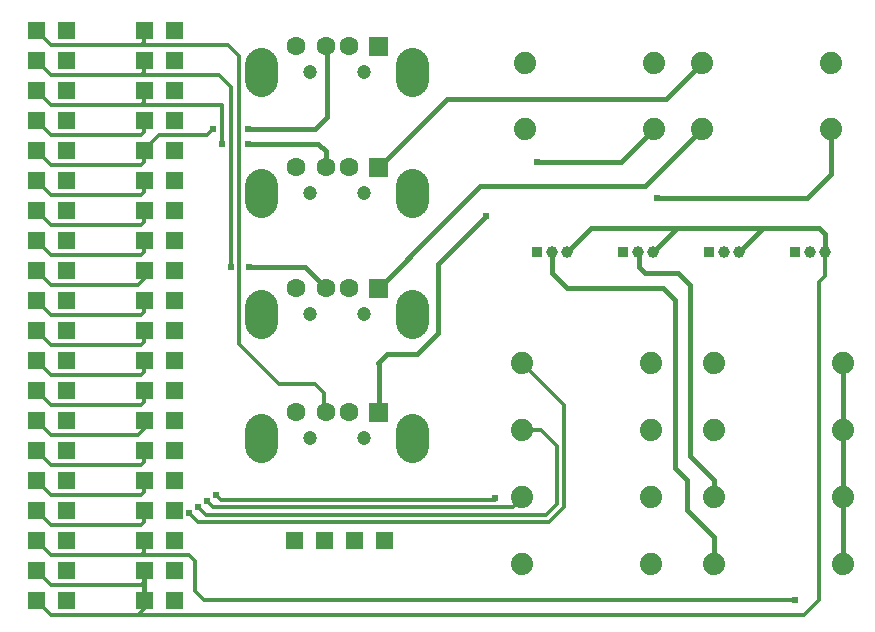
<source format=gbl>
G04 Layer: BottomLayer*
G04 EasyEDA v6.1.52, Thu, 01 Aug 2019 06:05:33 GMT*
G04 f60d05b6395e48559c91cf0b566a12eb,598dfe23a16d4e9298856295ca50c1c7,10*
G04 Gerber Generator version 0.2*
G04 Scale: 100 percent, Rotated: No, Reflected: No *
G04 Dimensions in inches *
G04 leading zeros omitted , absolute positions ,2 integer and 4 decimal *
%FSLAX24Y24*%
%MOIN*%
G90*
G70D02*

%ADD11C,0.012000*%
%ADD12C,0.016000*%
%ADD13C,0.024400*%
%ADD14C,0.024000*%
%ADD15R,0.032000X0.038000*%
%ADD16C,0.039000*%
%ADD17C,0.074000*%
%ADD19C,0.062990*%
%ADD20C,0.047240*%
%ADD22C,0.110240*%

%LPD*%
G54D11*
G01X1099Y19800D02*
G01X1600Y19300D01*
G01X4600Y19300D01*
G01X4700Y19400D01*
G01X4699Y19400D01*
G01X4699Y19800D01*
G01X1099Y18800D02*
G01X1600Y18300D01*
G01X4600Y18300D01*
G01X4700Y18400D01*
G01X4699Y18400D01*
G01X4699Y18800D01*
G01X1099Y17800D02*
G01X1600Y17300D01*
G01X4600Y17300D01*
G01X4700Y17400D01*
G01X4699Y17400D01*
G01X4699Y17800D01*
G01X1099Y16800D02*
G01X1600Y16300D01*
G01X4600Y16300D01*
G01X4700Y16400D01*
G01X4699Y16400D01*
G01X4699Y16800D01*
G01X1099Y15800D02*
G01X1600Y15300D01*
G01X4600Y15300D01*
G01X4700Y15400D01*
G01X4699Y15400D01*
G01X4699Y15800D01*
G01X1099Y14800D02*
G01X1600Y14300D01*
G01X4600Y14300D01*
G01X4700Y14400D01*
G01X4699Y14400D01*
G01X4699Y14800D01*
G01X1099Y13800D02*
G01X1600Y13300D01*
G01X4600Y13300D01*
G01X4700Y13400D01*
G01X4699Y13400D01*
G01X4699Y13800D01*
G01X1099Y12800D02*
G01X1600Y12300D01*
G01X4600Y12300D01*
G01X4700Y12400D01*
G01X4699Y12400D01*
G01X4699Y12800D01*
G01X1099Y11800D02*
G01X1600Y11300D01*
G01X4500Y11300D01*
G01X4700Y11500D01*
G01X4699Y11500D01*
G01X4699Y11800D01*
G01X1099Y10800D02*
G01X1600Y10300D01*
G01X4600Y10300D01*
G01X4700Y10400D01*
G01X4699Y10400D01*
G01X4699Y10800D01*
G01X1099Y9800D02*
G01X1600Y9300D01*
G01X4600Y9300D01*
G01X4700Y9400D01*
G01X4699Y9400D01*
G01X4699Y9800D01*
G01X1099Y8800D02*
G01X1600Y8300D01*
G01X4600Y8300D01*
G01X4700Y8400D01*
G01X4699Y8400D01*
G01X4699Y8800D01*
G01X1099Y7800D02*
G01X1600Y7300D01*
G01X4600Y7300D01*
G01X4700Y7400D01*
G01X4699Y7400D01*
G01X4699Y7800D01*
G01X1099Y6800D02*
G01X1600Y6300D01*
G01X4500Y6300D01*
G01X4700Y6500D01*
G01X4699Y6500D01*
G01X4699Y6800D01*
G01X1099Y5800D02*
G01X1600Y5300D01*
G01X4600Y5300D01*
G01X4700Y5400D01*
G01X4699Y5400D01*
G01X4699Y5800D01*
G01X1099Y4800D02*
G01X1600Y4300D01*
G01X4600Y4300D01*
G01X4700Y4400D01*
G01X4699Y4400D01*
G01X4699Y4800D01*
G01X1099Y3800D02*
G01X1600Y3300D01*
G01X4600Y3300D01*
G01X4700Y3400D01*
G01X4699Y3400D01*
G01X4699Y3800D01*
G01X1099Y2800D02*
G01X1600Y2300D01*
G01X4600Y2300D01*
G01X4700Y2400D01*
G01X4699Y2400D01*
G01X4699Y2800D01*
G01X1099Y1800D02*
G01X1600Y1300D01*
G01X4600Y1300D01*
G01X4700Y1400D01*
G01X4699Y1400D01*
G01X4699Y1800D01*
G01X1099Y800D02*
G01X1600Y300D01*
G01X4500Y300D01*
G01X4700Y500D01*
G01X4699Y500D01*
G01X4699Y800D01*
G01X4600Y19300D02*
G01X7500Y19300D01*
G01X7850Y18950D01*
G01X7850Y9350D01*
G01X9200Y8000D01*
G01X10400Y8000D01*
G01X10700Y7700D01*
G01X10700Y7109D01*
G01X10743Y7067D01*
G01X4600Y18300D02*
G01X7200Y18300D01*
G01X7600Y17900D01*
G01X7600Y11900D01*
G54D12*
G01X8200Y11900D02*
G01X10043Y11900D01*
G01X10742Y11200D01*
G01X10742Y15233D02*
G01X10742Y15757D01*
G01X10500Y16000D01*
G01X8150Y16000D01*
G54D11*
G01X4600Y17300D02*
G01X7300Y17300D01*
G01X7300Y16000D01*
G54D12*
G01X8150Y16500D02*
G01X10400Y16500D01*
G01X10800Y16900D01*
G01X10800Y19209D01*
G01X10742Y19266D01*
G54D11*
G01X4699Y15800D02*
G01X4700Y15800D01*
G01X5200Y16300D01*
G01X6800Y16300D01*
G01X7000Y16500D01*
G54D12*
G01X12514Y11200D02*
G01X12514Y11215D01*
G01X14500Y13200D01*
G01X15900Y14600D01*
G01X21400Y14600D01*
G01X23300Y16500D01*
G01X12514Y15233D02*
G01X12533Y15233D01*
G01X14800Y17500D01*
G01X22100Y17500D01*
G01X23300Y18700D01*
G01X16100Y13600D02*
G01X14500Y12000D01*
G01X14500Y9700D01*
G01X13800Y9000D01*
G01X12800Y9000D01*
G01X12500Y8700D01*
G01X12514Y8684D01*
G01X12514Y7067D01*
G54D11*
G01X4500Y300D02*
G01X26700Y300D01*
G01X27200Y800D01*
G01X27200Y11400D01*
G01X27400Y11600D01*
G01X27400Y12400D01*
G54D12*
G01X27400Y12400D02*
G01X27400Y13000D01*
G01X27200Y13200D01*
G01X25333Y13200D01*
G01X24533Y12400D01*
G01X25333Y13200D02*
G01X22466Y13200D01*
G01X21666Y12400D01*
G01X22466Y13200D02*
G01X19600Y13200D01*
G01X18800Y12400D01*
G01X28000Y8700D02*
G01X28000Y6466D01*
G01X28000Y6466D02*
G01X28000Y4233D01*
G01X28000Y4233D02*
G01X28000Y2000D01*
G54D11*
G01X4549Y2300D02*
G01X6200Y2300D01*
G01X6400Y2100D01*
G01X6400Y1100D01*
G01X6700Y800D01*
G01X26400Y800D01*
G54D12*
G01X23700Y4233D02*
G01X23700Y4800D01*
G01X22900Y5600D01*
G01X22900Y11300D01*
G01X22500Y11700D01*
G01X21400Y11700D01*
G01X21200Y11900D01*
G01X21200Y12366D01*
G01X21166Y12400D01*
G01X23700Y2000D02*
G01X23700Y2900D01*
G01X22800Y3800D01*
G01X22800Y4800D01*
G01X22400Y5200D01*
G01X22400Y10800D01*
G01X22000Y11200D01*
G01X18800Y11200D01*
G01X18300Y11700D01*
G01X18300Y12400D01*
G01X21800Y14200D02*
G01X26800Y14200D01*
G01X27600Y15000D01*
G01X27600Y16500D01*
G01X4699Y1800D02*
G01X4699Y800D01*
G01X17800Y15400D02*
G01X20600Y15400D01*
G01X21700Y16500D01*
G54D11*
G01X17300Y8700D02*
G01X18700Y7300D01*
G01X18700Y3900D01*
G01X18200Y3400D01*
G01X6500Y3400D01*
G01X6200Y3700D01*
G01X17300Y6466D02*
G01X17933Y6466D01*
G01X18450Y5950D01*
G01X18450Y4000D01*
G01X18100Y3650D01*
G01X6750Y3650D01*
G01X6500Y3900D01*
G01X17300Y4233D02*
G01X17300Y4200D01*
G01X17000Y3900D01*
G01X7000Y3900D01*
G01X6800Y4100D01*
G01X16400Y4200D02*
G01X16400Y4150D01*
G01X7250Y4150D01*
G01X7100Y4300D01*
G54D15*
G01X17800Y12400D03*
G54D16*
G01X18300Y12400D03*
G01X18800Y12400D03*
G54D15*
G01X20666Y12400D03*
G54D16*
G01X21166Y12400D03*
G01X21666Y12400D03*
G54D15*
G01X26400Y12400D03*
G54D16*
G01X26900Y12400D03*
G01X27400Y12400D03*
G54D15*
G01X23533Y12400D03*
G54D16*
G01X24033Y12400D03*
G01X24533Y12400D03*
G54D17*
G01X17300Y2000D03*
G01X21600Y2000D03*
G01X17300Y4233D03*
G01X21600Y4233D03*
G01X17300Y6466D03*
G01X21600Y6466D03*
G01X17300Y8700D03*
G01X21600Y8700D03*
G01X28000Y2000D03*
G01X23700Y2000D03*
G01X28000Y4233D03*
G01X23700Y4233D03*
G01X28000Y6466D03*
G01X23700Y6466D03*
G01X28000Y8700D03*
G01X23700Y8700D03*
G01X21700Y18700D03*
G01X17400Y18700D03*
G01X27600Y18700D03*
G01X23300Y18700D03*
G01X27600Y16500D03*
G01X23300Y16500D03*
G01X21700Y16500D03*
G01X17400Y16500D03*
G36*
G01X12830Y6751D02*
G01X12200Y6751D01*
G01X12200Y7382D01*
G01X12830Y7382D01*
G01X12830Y6751D01*
G37*
G54D19*
G01X11530Y7067D03*
G01X9758Y7067D03*
G01X10742Y7067D03*
G54D20*
G01X12036Y6202D03*
G01X10236Y6202D03*
G36*
G01X12830Y10885D02*
G01X12200Y10885D01*
G01X12200Y11515D01*
G01X12830Y11515D01*
G01X12830Y10885D01*
G37*
G54D19*
G01X11530Y11200D03*
G01X9758Y11200D03*
G01X10742Y11200D03*
G54D20*
G01X12036Y10336D03*
G01X10236Y10336D03*
G36*
G01X12830Y14918D02*
G01X12200Y14918D01*
G01X12200Y15548D01*
G01X12830Y15548D01*
G01X12830Y14918D01*
G37*
G54D19*
G01X11530Y15233D03*
G01X9758Y15233D03*
G01X10742Y15233D03*
G54D20*
G01X12036Y14369D03*
G01X10236Y14369D03*
G36*
G01X12830Y18952D02*
G01X12200Y18952D01*
G01X12200Y19582D01*
G01X12830Y19582D01*
G01X12830Y18952D01*
G37*
G54D19*
G01X11530Y19267D03*
G01X9758Y19267D03*
G01X10742Y19267D03*
G54D20*
G01X12036Y18402D03*
G01X10236Y18402D03*
G36*
G01X5421Y521D02*
G01X5421Y1078D01*
G01X5977Y1078D01*
G01X5977Y521D01*
G01X5421Y521D01*
G37*
G36*
G01X4421Y521D02*
G01X4421Y1078D01*
G01X4977Y1078D01*
G01X4977Y521D01*
G01X4421Y521D01*
G37*
G36*
G01X5421Y1521D02*
G01X5421Y2078D01*
G01X5977Y2078D01*
G01X5977Y1521D01*
G01X5421Y1521D01*
G37*
G36*
G01X4421Y1521D02*
G01X4421Y2078D01*
G01X4977Y2078D01*
G01X4977Y1521D01*
G01X4421Y1521D01*
G37*
G36*
G01X5421Y2521D02*
G01X5421Y3078D01*
G01X5977Y3078D01*
G01X5977Y2521D01*
G01X5421Y2521D01*
G37*
G36*
G01X4421Y2521D02*
G01X4421Y3078D01*
G01X4977Y3078D01*
G01X4977Y2521D01*
G01X4421Y2521D01*
G37*
G36*
G01X5421Y3521D02*
G01X5421Y4078D01*
G01X5977Y4078D01*
G01X5977Y3521D01*
G01X5421Y3521D01*
G37*
G36*
G01X4421Y3521D02*
G01X4421Y4078D01*
G01X4977Y4078D01*
G01X4977Y3521D01*
G01X4421Y3521D01*
G37*
G36*
G01X5421Y4521D02*
G01X5421Y5078D01*
G01X5977Y5078D01*
G01X5977Y4521D01*
G01X5421Y4521D01*
G37*
G36*
G01X4421Y4521D02*
G01X4421Y5078D01*
G01X4977Y5078D01*
G01X4977Y4521D01*
G01X4421Y4521D01*
G37*
G36*
G01X5421Y5521D02*
G01X5421Y6078D01*
G01X5977Y6078D01*
G01X5977Y5521D01*
G01X5421Y5521D01*
G37*
G36*
G01X4421Y5521D02*
G01X4421Y6078D01*
G01X4977Y6078D01*
G01X4977Y5521D01*
G01X4421Y5521D01*
G37*
G36*
G01X5421Y6521D02*
G01X5421Y7078D01*
G01X5977Y7078D01*
G01X5977Y6521D01*
G01X5421Y6521D01*
G37*
G36*
G01X4421Y6521D02*
G01X4421Y7078D01*
G01X4977Y7078D01*
G01X4977Y6521D01*
G01X4421Y6521D01*
G37*
G36*
G01X5421Y7521D02*
G01X5421Y8078D01*
G01X5977Y8078D01*
G01X5977Y7521D01*
G01X5421Y7521D01*
G37*
G36*
G01X4421Y7521D02*
G01X4421Y8078D01*
G01X4977Y8078D01*
G01X4977Y7521D01*
G01X4421Y7521D01*
G37*
G36*
G01X5421Y8521D02*
G01X5421Y9078D01*
G01X5977Y9078D01*
G01X5977Y8521D01*
G01X5421Y8521D01*
G37*
G36*
G01X4421Y8521D02*
G01X4421Y9078D01*
G01X4977Y9078D01*
G01X4977Y8521D01*
G01X4421Y8521D01*
G37*
G36*
G01X5421Y9521D02*
G01X5421Y10078D01*
G01X5977Y10078D01*
G01X5977Y9521D01*
G01X5421Y9521D01*
G37*
G36*
G01X4421Y9521D02*
G01X4421Y10078D01*
G01X4977Y10078D01*
G01X4977Y9521D01*
G01X4421Y9521D01*
G37*
G36*
G01X5421Y10521D02*
G01X5421Y11078D01*
G01X5977Y11078D01*
G01X5977Y10521D01*
G01X5421Y10521D01*
G37*
G36*
G01X4421Y10521D02*
G01X4421Y11078D01*
G01X4977Y11078D01*
G01X4977Y10521D01*
G01X4421Y10521D01*
G37*
G36*
G01X5421Y11521D02*
G01X5421Y12078D01*
G01X5977Y12078D01*
G01X5977Y11521D01*
G01X5421Y11521D01*
G37*
G36*
G01X4421Y11521D02*
G01X4421Y12078D01*
G01X4977Y12078D01*
G01X4977Y11521D01*
G01X4421Y11521D01*
G37*
G36*
G01X5421Y12521D02*
G01X5421Y13078D01*
G01X5977Y13078D01*
G01X5977Y12521D01*
G01X5421Y12521D01*
G37*
G36*
G01X4421Y12521D02*
G01X4421Y13078D01*
G01X4977Y13078D01*
G01X4977Y12521D01*
G01X4421Y12521D01*
G37*
G36*
G01X5421Y13521D02*
G01X5421Y14078D01*
G01X5977Y14078D01*
G01X5977Y13521D01*
G01X5421Y13521D01*
G37*
G36*
G01X4421Y13521D02*
G01X4421Y14078D01*
G01X4977Y14078D01*
G01X4977Y13521D01*
G01X4421Y13521D01*
G37*
G36*
G01X5421Y14521D02*
G01X5421Y15078D01*
G01X5977Y15078D01*
G01X5977Y14521D01*
G01X5421Y14521D01*
G37*
G36*
G01X4421Y14521D02*
G01X4421Y15078D01*
G01X4977Y15078D01*
G01X4977Y14521D01*
G01X4421Y14521D01*
G37*
G36*
G01X5421Y15521D02*
G01X5421Y16078D01*
G01X5977Y16078D01*
G01X5977Y15521D01*
G01X5421Y15521D01*
G37*
G36*
G01X4421Y15521D02*
G01X4421Y16078D01*
G01X4977Y16078D01*
G01X4977Y15521D01*
G01X4421Y15521D01*
G37*
G36*
G01X5421Y16521D02*
G01X5421Y17078D01*
G01X5977Y17078D01*
G01X5977Y16521D01*
G01X5421Y16521D01*
G37*
G36*
G01X4421Y16521D02*
G01X4421Y17078D01*
G01X4977Y17078D01*
G01X4977Y16521D01*
G01X4421Y16521D01*
G37*
G36*
G01X5421Y17521D02*
G01X5421Y18078D01*
G01X5977Y18078D01*
G01X5977Y17521D01*
G01X5421Y17521D01*
G37*
G36*
G01X4421Y17521D02*
G01X4421Y18078D01*
G01X4977Y18078D01*
G01X4977Y17521D01*
G01X4421Y17521D01*
G37*
G36*
G01X5421Y18521D02*
G01X5421Y19078D01*
G01X5977Y19078D01*
G01X5977Y18521D01*
G01X5421Y18521D01*
G37*
G36*
G01X4421Y18521D02*
G01X4421Y19078D01*
G01X4977Y19078D01*
G01X4977Y18521D01*
G01X4421Y18521D01*
G37*
G36*
G01X5421Y19521D02*
G01X5421Y20078D01*
G01X5977Y20078D01*
G01X5977Y19521D01*
G01X5421Y19521D01*
G37*
G36*
G01X4421Y19521D02*
G01X4421Y20078D01*
G01X4977Y20078D01*
G01X4977Y19521D01*
G01X4421Y19521D01*
G37*
G36*
G01X1821Y521D02*
G01X1821Y1078D01*
G01X2378Y1078D01*
G01X2378Y521D01*
G01X1821Y521D01*
G37*
G36*
G01X821Y521D02*
G01X821Y1078D01*
G01X1378Y1078D01*
G01X1378Y521D01*
G01X821Y521D01*
G37*
G36*
G01X1821Y1521D02*
G01X1821Y2078D01*
G01X2378Y2078D01*
G01X2378Y1521D01*
G01X1821Y1521D01*
G37*
G36*
G01X821Y1521D02*
G01X821Y2078D01*
G01X1378Y2078D01*
G01X1378Y1521D01*
G01X821Y1521D01*
G37*
G36*
G01X1821Y2521D02*
G01X1821Y3078D01*
G01X2378Y3078D01*
G01X2378Y2521D01*
G01X1821Y2521D01*
G37*
G36*
G01X821Y2521D02*
G01X821Y3078D01*
G01X1378Y3078D01*
G01X1378Y2521D01*
G01X821Y2521D01*
G37*
G36*
G01X1821Y3521D02*
G01X1821Y4078D01*
G01X2378Y4078D01*
G01X2378Y3521D01*
G01X1821Y3521D01*
G37*
G36*
G01X821Y3521D02*
G01X821Y4078D01*
G01X1378Y4078D01*
G01X1378Y3521D01*
G01X821Y3521D01*
G37*
G36*
G01X1821Y4521D02*
G01X1821Y5078D01*
G01X2378Y5078D01*
G01X2378Y4521D01*
G01X1821Y4521D01*
G37*
G36*
G01X821Y4521D02*
G01X821Y5078D01*
G01X1378Y5078D01*
G01X1378Y4521D01*
G01X821Y4521D01*
G37*
G36*
G01X1821Y5521D02*
G01X1821Y6078D01*
G01X2378Y6078D01*
G01X2378Y5521D01*
G01X1821Y5521D01*
G37*
G36*
G01X821Y5521D02*
G01X821Y6078D01*
G01X1378Y6078D01*
G01X1378Y5521D01*
G01X821Y5521D01*
G37*
G36*
G01X1821Y6521D02*
G01X1821Y7078D01*
G01X2378Y7078D01*
G01X2378Y6521D01*
G01X1821Y6521D01*
G37*
G36*
G01X821Y6521D02*
G01X821Y7078D01*
G01X1378Y7078D01*
G01X1378Y6521D01*
G01X821Y6521D01*
G37*
G36*
G01X1821Y7521D02*
G01X1821Y8078D01*
G01X2378Y8078D01*
G01X2378Y7521D01*
G01X1821Y7521D01*
G37*
G36*
G01X821Y7521D02*
G01X821Y8078D01*
G01X1378Y8078D01*
G01X1378Y7521D01*
G01X821Y7521D01*
G37*
G36*
G01X1821Y8521D02*
G01X1821Y9078D01*
G01X2378Y9078D01*
G01X2378Y8521D01*
G01X1821Y8521D01*
G37*
G36*
G01X821Y8521D02*
G01X821Y9078D01*
G01X1378Y9078D01*
G01X1378Y8521D01*
G01X821Y8521D01*
G37*
G36*
G01X1821Y9521D02*
G01X1821Y10078D01*
G01X2378Y10078D01*
G01X2378Y9521D01*
G01X1821Y9521D01*
G37*
G36*
G01X821Y9521D02*
G01X821Y10078D01*
G01X1378Y10078D01*
G01X1378Y9521D01*
G01X821Y9521D01*
G37*
G36*
G01X1821Y10521D02*
G01X1821Y11078D01*
G01X2378Y11078D01*
G01X2378Y10521D01*
G01X1821Y10521D01*
G37*
G36*
G01X821Y10521D02*
G01X821Y11078D01*
G01X1378Y11078D01*
G01X1378Y10521D01*
G01X821Y10521D01*
G37*
G36*
G01X1821Y11521D02*
G01X1821Y12078D01*
G01X2378Y12078D01*
G01X2378Y11521D01*
G01X1821Y11521D01*
G37*
G36*
G01X821Y11521D02*
G01X821Y12078D01*
G01X1378Y12078D01*
G01X1378Y11521D01*
G01X821Y11521D01*
G37*
G36*
G01X1821Y12521D02*
G01X1821Y13078D01*
G01X2378Y13078D01*
G01X2378Y12521D01*
G01X1821Y12521D01*
G37*
G36*
G01X821Y12521D02*
G01X821Y13078D01*
G01X1378Y13078D01*
G01X1378Y12521D01*
G01X821Y12521D01*
G37*
G36*
G01X1821Y13521D02*
G01X1821Y14078D01*
G01X2378Y14078D01*
G01X2378Y13521D01*
G01X1821Y13521D01*
G37*
G36*
G01X821Y13521D02*
G01X821Y14078D01*
G01X1378Y14078D01*
G01X1378Y13521D01*
G01X821Y13521D01*
G37*
G36*
G01X1821Y14521D02*
G01X1821Y15078D01*
G01X2378Y15078D01*
G01X2378Y14521D01*
G01X1821Y14521D01*
G37*
G36*
G01X821Y14521D02*
G01X821Y15078D01*
G01X1378Y15078D01*
G01X1378Y14521D01*
G01X821Y14521D01*
G37*
G36*
G01X1821Y15521D02*
G01X1821Y16078D01*
G01X2378Y16078D01*
G01X2378Y15521D01*
G01X1821Y15521D01*
G37*
G36*
G01X821Y15521D02*
G01X821Y16078D01*
G01X1378Y16078D01*
G01X1378Y15521D01*
G01X821Y15521D01*
G37*
G36*
G01X1821Y16521D02*
G01X1821Y17078D01*
G01X2378Y17078D01*
G01X2378Y16521D01*
G01X1821Y16521D01*
G37*
G36*
G01X821Y16521D02*
G01X821Y17078D01*
G01X1378Y17078D01*
G01X1378Y16521D01*
G01X821Y16521D01*
G37*
G36*
G01X1821Y17521D02*
G01X1821Y18078D01*
G01X2378Y18078D01*
G01X2378Y17521D01*
G01X1821Y17521D01*
G37*
G36*
G01X821Y17521D02*
G01X821Y18078D01*
G01X1378Y18078D01*
G01X1378Y17521D01*
G01X821Y17521D01*
G37*
G36*
G01X1821Y18521D02*
G01X1821Y19078D01*
G01X2378Y19078D01*
G01X2378Y18521D01*
G01X1821Y18521D01*
G37*
G36*
G01X821Y18521D02*
G01X821Y19078D01*
G01X1378Y19078D01*
G01X1378Y18521D01*
G01X821Y18521D01*
G37*
G36*
G01X1821Y19521D02*
G01X1821Y20078D01*
G01X2378Y20078D01*
G01X2378Y19521D01*
G01X1821Y19521D01*
G37*
G36*
G01X821Y19521D02*
G01X821Y20078D01*
G01X1378Y20078D01*
G01X1378Y19521D01*
G01X821Y19521D01*
G37*
G36*
G01X9978Y3078D02*
G01X9978Y2521D01*
G01X9422Y2521D01*
G01X9422Y3078D01*
G01X9978Y3078D01*
G37*
G36*
G01X10978Y3078D02*
G01X10978Y2521D01*
G01X10422Y2521D01*
G01X10422Y3078D01*
G01X10978Y3078D01*
G37*
G36*
G01X11978Y3078D02*
G01X11978Y2521D01*
G01X11422Y2521D01*
G01X11422Y3078D01*
G01X11978Y3078D01*
G37*
G36*
G01X12978Y3078D02*
G01X12978Y2521D01*
G01X12422Y2521D01*
G01X12422Y3078D01*
G01X12978Y3078D01*
G37*
G54D13*
G01X7600Y11900D03*
G01X8200Y11900D03*
G01X7300Y16000D03*
G01X8150Y16000D03*
G01X7000Y16500D03*
G01X8150Y16500D03*
G01X16100Y13600D03*
G01X26400Y800D03*
G01X21800Y14200D03*
G01X17800Y15400D03*
G54D14*
G01X6200Y3700D03*
G01X6500Y3900D03*
G01X6800Y4100D03*
G01X16400Y4200D03*
G01X7100Y4300D03*
G54D22*
G01X8600Y5924D02*
G01X8600Y6475D01*
G01X13636Y5927D02*
G01X13636Y6478D01*
G01X8600Y10057D02*
G01X8600Y10608D01*
G01X13636Y10060D02*
G01X13636Y10611D01*
G01X8600Y14091D02*
G01X8600Y14642D01*
G01X13636Y14093D02*
G01X13636Y14645D01*
G01X8600Y18124D02*
G01X8600Y18675D01*
G01X13636Y18127D02*
G01X13636Y18678D01*
M00*
M02*

</source>
